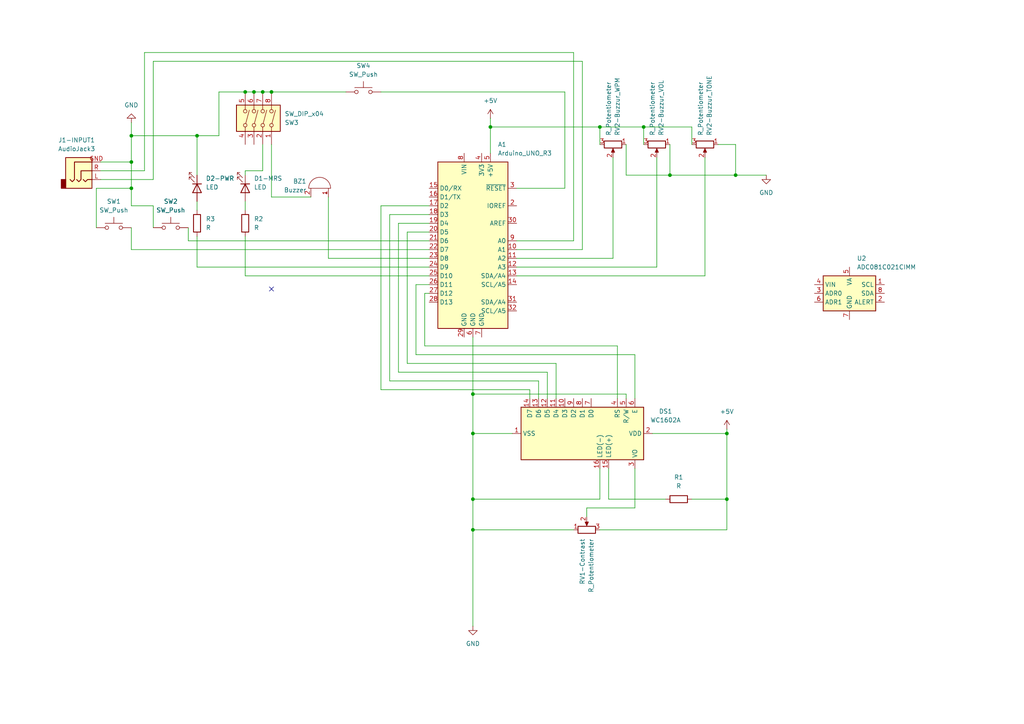
<source format=kicad_sch>
(kicad_sch (version 20250114) (generator "eeschema") (generator_version "9.0")
  (paper "A4")
  (lib_symbols
    (symbol "Analog_ADC:ADC081C021CIMM"
      (property "Reference" "U" (at 3.81 11.43 0))
      (property "Value" "ADC081C021CIMM" (at 10.16 8.89 0))
      (symbol "ADC081C021CIMM_0_1"
        (rectangle (start -7.62 5.08) (end 7.62 -5.08) (stroke (width 0.254)) (fill (type background)))
      )
      (symbol "ADC081C021CIMM_1_1"
        (pin input line (at -10.16 2.54 0) (length 2.54) (name "VIN") (number "4"))
        (pin input line (at -10.16 0 0) (length 2.54) (name "ADR0") (number "3"))
        (pin input line (at -10.16 -2.54 0) (length 2.54) (name "ADR1") (number "6"))
        (pin power_in line (at 0 7.62 270) (length 2.54) (name "VA") (number "5"))
        (pin power_in line (at 0 -7.62 90) (length 2.54) (name "GND") (number "7"))
        (pin input line (at 10.16 2.54 180) (length 2.54) (name "SCL") (number "1"))
        (pin bidirectional line (at 10.16 0 180) (length 2.54) (name "SDA") (number "8"))
        (pin open_collector line (at 10.16 -2.54 180) (length 2.54) (name "ALERT") (number "2"))
      )
    )
    (symbol "Connector_Audio:AudioJack3"
      (property "Reference" "J1-INPUT" (at -1.905 8.89 0))
      (property "Value" "AudioJack3" (at -1.905 6.35 0))
      (symbol "AudioJack3_0_1"
        (rectangle (start -5.08 -5.08) (end -6.35 -2.54) (stroke (width 0.254)) (fill (type outline)))
        (polyline (pts (xy -1.905 -2.54) (xy -1.27 -3.175) (xy -0.635 -2.54) (xy -0.635 0) (xy 2.54 0)) (stroke (width 0.254)))
        (polyline (pts (xy 0 -2.54) (xy 0.635 -3.175) (xy 1.27 -2.54) (xy 2.54 -2.54)) (stroke (width 0.254)))
        (rectangle (start 2.54 3.81) (end -5.08 -5.08) (stroke (width 0.254)) (fill (type background)))
        (polyline (pts (xy 2.54 2.54) (xy -2.54 2.54) (xy -2.54 -2.54) (xy -3.175 -3.175) (xy -3.81 -2.54)) (stroke (width 0.254)))
      )
      (symbol "AudioJack3_1_1"
        (pin passive line (at 5.08 2.54 180) (length 2.54) (name "~") (number "GND"))
        (pin passive line (at 5.08 0 180) (length 2.54) (name "~") (number "R"))
        (pin passive line (at 5.08 -2.54 180) (length 2.54) (name "~") (number "L"))
      )
    )
    (symbol "Device:Buzzer" (pin_names (offset 0.0254) (hide yes))
      (property "Reference" "BZ" (at 3.81 1.27 0))
      (property "Value" "Buzzer" (at 3.81 -1.27 0))
      (symbol "Buzzer_0_1"
        (polyline (pts (xy -1.651 1.905) (xy -1.143 1.905)))
        (polyline (pts (xy -1.397 2.159) (xy -1.397 1.651)))
        (arc (start 0 3.175) (mid 3.1612 0) (end 0 -3.175))
        (polyline (pts (xy 0 3.175) (xy 0 -3.175)))
      )
      (symbol "Buzzer_1_1"
        (pin passive line (at -2.54 2.54 0) (length 2.54) (name "+") (number "1"))
        (pin passive line (at -2.54 -2.54 0) (length 2.54) (name "-") (number "2"))
      )
    )
    (symbol "Device:LED" (pin_numbers (hide yes)) (pin_names (offset 1.016) (hide yes))
      (property "Reference" "D" (at 0 2.54 0))
      (property "Value" "LED" (at 0 -2.54 0))
      (symbol "LED_0_1"
        (polyline (pts (xy -3.048 -0.762) (xy -4.572 -2.286) (xy -3.81 -2.286) (xy -4.572 -2.286) (xy -4.572 -1.524)))
        (polyline (pts (xy -1.778 -0.762) (xy -3.302 -2.286) (xy -2.54 -2.286) (xy -3.302 -2.286) (xy -3.302 -1.524)))
        (polyline (pts (xy -1.27 0) (xy 1.27 0)))
        (polyline (pts (xy -1.27 -1.27) (xy -1.27 1.27)) (stroke (width 0.254)))
        (polyline (pts (xy 1.27 -1.27) (xy 1.27 1.27) (xy -1.27 0) (xy 1.27 -1.27)) (stroke (width 0.254)))
      )
      (symbol "LED_1_1"
        (pin passive line (at -3.81 0 0) (length 2.54) (name "K") (number "1"))
        (pin passive line (at 3.81 0 180) (length 2.54) (name "A") (number "2"))
      )
    )
    (symbol "Device:R" (pin_numbers (hide yes)) (pin_names (offset 0))
      (property "Reference" "R" (at 2.032 0 90))
      (property "Value" "R" (at 0 0 90))
      (symbol "R_0_1"
        (rectangle (start -1.016 -2.54) (end 1.016 2.54) (stroke (width 0.254)))
      )
      (symbol "R_1_1"
        (pin passive line (at 0 3.81 270) (length 1.27) (name "~") (number "1"))
        (pin passive line (at 0 -3.81 90) (length 1.27) (name "~") (number "2"))
      )
    )
    (symbol "Device:R_Potentiometer" (pin_names (offset 1.016) (hide yes))
      (property "Reference" "RV" (at -4.445 0 90))
      (property "Value" "R_Potentiometer" (at -2.54 0 90))
      (symbol "R_Potentiometer_0_1"
        (rectangle (start 1.016 2.54) (end -1.016 -2.54) (stroke (width 0.254)))
        (polyline (pts (xy 1.143 0) (xy 2.286 0.508) (xy 2.286 -0.508) (xy 1.143 0)) (fill (type outline)))
        (polyline (pts (xy 2.54 0) (xy 1.524 0)))
      )
      (symbol "R_Potentiometer_1_1"
        (pin passive line (at 0 3.81 270) (length 1.27) (name "1") (number "1"))
        (pin passive line (at 0 -3.81 90) (length 1.27) (name "3") (number "3"))
        (pin passive line (at 3.81 0 180) (length 1.27) (name "2") (number "2"))
      )
    )
    (symbol "Display_Character:WC1602A"
      (property "Reference" "DS" (at -5.842 19.05 0))
      (property "Value" "WC1602A" (at 5.334 19.05 0))
      (symbol "WC1602A_1_1"
        (rectangle (start -7.62 17.78) (end 7.62 -17.78) (stroke (width 0.254)) (fill (type background)))
        (pin input line (at -10.16 15.24 0) (length 2.54) (name "E") (number "6"))
        (pin input line (at -10.16 12.7 0) (length 2.54) (name "R/W") (number "5"))
        (pin input line (at -10.16 10.16 0) (length 2.54) (name "RS") (number "4"))
        (pin input line (at -10.16 2.54 0) (length 2.54) (name "D0") (number "7"))
        (pin input line (at -10.16 0 0) (length 2.54) (name "D1") (number "8"))
        (pin input line (at -10.16 -2.54 0) (length 2.54) (name "D2") (number "9"))
        (pin input line (at -10.16 -5.08 0) (length 2.54) (name "D3") (number "10"))
        (pin input line (at -10.16 -7.62 0) (length 2.54) (name "D4") (number "11"))
        (pin input line (at -10.16 -10.16 0) (length 2.54) (name "D5") (number "12"))
        (pin input line (at -10.16 -12.7 0) (length 2.54) (name "D6") (number "13"))
        (pin input line (at -10.16 -15.24 0) (length 2.54) (name "D7") (number "14"))
        (pin power_in line (at 0 20.32 270) (length 2.54) (name "VDD") (number "2"))
        (pin power_in line (at 0 -20.32 90) (length 2.54) (name "VSS") (number "1"))
        (pin input line (at 10.16 15.24 180) (length 2.54) (name "VO") (number "3"))
        (pin power_in line (at 10.16 7.62 180) (length 2.54) (name "LED(+)") (number "15"))
        (pin power_in line (at 10.16 5.08 180) (length 2.54) (name "LED(-)") (number "16"))
      )
    )
    (symbol "MCU_Module:Arduino_UNO_R3"
      (property "Reference" "A" (at -10.16 23.495 0))
      (property "Value" "Arduino_UNO_R3" (at 5.08 -26.67 0))
      (symbol "Arduino_UNO_R3_0_1"
        (rectangle (start -10.16 22.86) (end 10.16 -25.4) (stroke (width 0.254)) (fill (type background)))
      )
      (symbol "Arduino_UNO_R3_1_1"
        (pin bidirectional line (at -12.7 15.24 0) (length 2.54) (name "D0/RX") (number "15"))
        (pin bidirectional line (at -12.7 12.7 0) (length 2.54) (name "D1/TX") (number "16"))
        (pin bidirectional line (at -12.7 10.16 0) (length 2.54) (name "D2") (number "17"))
        (pin bidirectional line (at -12.7 7.62 0) (length 2.54) (name "D3") (number "18"))
        (pin bidirectional line (at -12.7 5.08 0) (length 2.54) (name "D4") (number "19"))
        (pin bidirectional line (at -12.7 2.54 0) (length 2.54) (name "D5") (number "20"))
        (pin bidirectional line (at -12.7 0 0) (length 2.54) (name "D6") (number "21"))
        (pin bidirectional line (at -12.7 -2.54 0) (length 2.54) (name "D7") (number "22"))
        (pin bidirectional line (at -12.7 -5.08 0) (length 2.54) (name "D8") (number "23"))
        (pin bidirectional line (at -12.7 -7.62 0) (length 2.54) (name "D9") (number "24"))
        (pin bidirectional line (at -12.7 -10.16 0) (length 2.54) (name "D10") (number "25"))
        (pin bidirectional line (at -12.7 -12.7 0) (length 2.54) (name "D11") (number "26"))
        (pin bidirectional line (at -12.7 -15.24 0) (length 2.54) (name "D12") (number "27"))
        (pin bidirectional line (at -12.7 -17.78 0) (length 2.54) (name "D13") (number "28"))
        (pin no_connect line (at -10.16 -20.32 0) (length 2.54) (hide yes) (name "NC") (number "1"))
        (pin power_in line (at -2.54 25.4 270) (length 2.54) (name "VIN") (number "8"))
        (pin power_in line (at -2.54 -27.94 90) (length 2.54) (name "GND") (number "29"))
        (pin power_in line (at 0 -27.94 90) (length 2.54) (name "GND") (number "6"))
        (pin power_out line (at 2.54 25.4 270) (length 2.54) (name "3V3") (number "4"))
        (pin power_in line (at 2.54 -27.94 90) (length 2.54) (name "GND") (number "7"))
        (pin power_out line (at 5.08 25.4 270) (length 2.54) (name "+5V") (number "5"))
        (pin input line (at 12.7 15.24 180) (length 2.54) (name "~{RESET}") (number "3"))
        (pin output line (at 12.7 10.16 180) (length 2.54) (name "IOREF") (number "2"))
        (pin input line (at 12.7 5.08 180) (length 2.54) (name "AREF") (number "30"))
        (pin bidirectional line (at 12.7 0 180) (length 2.54) (name "A0") (number "9"))
        (pin bidirectional line (at 12.7 -2.54 180) (length 2.54) (name "A1") (number "10"))
        (pin bidirectional line (at 12.7 -5.08 180) (length 2.54) (name "A2") (number "11"))
        (pin bidirectional line (at 12.7 -7.62 180) (length 2.54) (name "A3") (number "12"))
        (pin bidirectional line (at 12.7 -10.16 180) (length 2.54) (name "SDA/A4") (number "13"))
        (pin bidirectional line (at 12.7 -12.7 180) (length 2.54) (name "SCL/A5") (number "14"))
        (pin bidirectional line (at 12.7 -17.78 180) (length 2.54) (name "SDA/A4") (number "31"))
        (pin bidirectional line (at 12.7 -20.32 180) (length 2.54) (name "SCL/A5") (number "32"))
      )
    )
    (symbol "R_Potentiometer_1" (pin_names (offset 1.016) (hide yes))
      (property "Reference" "RV" (at -4.445 0 90))
      (property "Value" "R_Potentiometer" (at -2.54 0 90))
      (symbol "R_Potentiometer_1_0_1"
        (rectangle (start 1.016 2.54) (end -1.016 -2.54) (stroke (width 0.254)))
        (polyline (pts (xy 1.143 0) (xy 2.286 0.508) (xy 2.286 -0.508) (xy 1.143 0)) (fill (type outline)))
        (polyline (pts (xy 2.54 0) (xy 1.524 0)))
      )
      (symbol "R_Potentiometer_1_1_1"
        (pin passive line (at 0 3.81 270) (length 1.27) (name "1") (number "1"))
        (pin passive line (at 0 -3.81 90) (length 1.27) (name "3") (number "3"))
        (pin passive line (at 3.81 0 180) (length 1.27) (name "2") (number "2"))
      )
    )
    (symbol "Switch:SW_DIP_x04" (pin_names (offset 0) (hide yes))
      (property "Reference" "SW" (at 0 8.89 0))
      (property "Value" "SW_DIP_x04" (at 0 -6.35 0))
      (symbol "SW_DIP_x04_0_0"
        (circle (center -2.032 5.08) (radius 0.508))
        (circle (center -2.032 2.54) (radius 0.508))
        (circle (center -2.032 0) (radius 0.508))
        (circle (center -2.032 -2.54) (radius 0.508))
        (polyline (pts (xy -1.524 5.207) (xy 2.3622 6.2484)))
        (polyline (pts (xy -1.524 2.667) (xy 2.3622 3.7084)))
        (polyline (pts (xy -1.524 0.127) (xy 2.3622 1.1684)))
        (polyline (pts (xy -1.524 -2.3876) (xy 2.3622 -1.3462)))
        (circle (center 2.032 5.08) (radius 0.508))
        (circle (center 2.032 2.54) (radius 0.508))
        (circle (center 2.032 0) (radius 0.508))
        (circle (center 2.032 -2.54) (radius 0.508))
      )
      (symbol "SW_DIP_x04_0_1"
        (rectangle (start -3.81 7.62) (end 3.81 -5.08) (stroke (width 0.254)) (fill (type background)))
      )
      (symbol "SW_DIP_x04_1_1"
        (pin passive line (at -7.62 5.08 0) (length 5.08) (name "~") (number "1"))
        (pin passive line (at -7.62 2.54 0) (length 5.08) (name "~") (number "2"))
        (pin passive line (at -7.62 0 0) (length 5.08) (name "~") (number "3"))
        (pin passive line (at -7.62 -2.54 0) (length 5.08) (name "~") (number "4"))
        (pin passive line (at 7.62 5.08 180) (length 5.08) (name "~") (number "8"))
        (pin passive line (at 7.62 2.54 180) (length 5.08) (name "~") (number "7"))
        (pin passive line (at 7.62 0 180) (length 5.08) (name "~") (number "6"))
        (pin passive line (at 7.62 -2.54 180) (length 5.08) (name "~") (number "5"))
      )
    )
    (symbol "Switch:SW_Push" (pin_numbers (hide yes)) (pin_names (offset 1.016) (hide yes))
      (property "Reference" "SW" (at 1.27 2.54 0))
      (property "Value" "SW_Push" (at 0 -1.524 0))
      (symbol "SW_Push_0_1"
        (circle (center -2.032 0) (radius 0.508))
        (polyline (pts (xy 0 1.27) (xy 0 3.048)))
        (circle (center 2.032 0) (radius 0.508))
        (polyline (pts (xy 2.54 1.27) (xy -2.54 1.27)))
        (pin passive line (at -5.08 0 0) (length 2.54) (name "1") (number "1"))
        (pin passive line (at 5.08 0 180) (length 2.54) (name "2") (number "2"))
      )
    )
    (symbol "power:+5V" (power) (pin_numbers (hide yes)) (pin_names (offset 0) (hide yes))
      (property "Value" "+5V" (at 0 3.556 0))
      (symbol "+5V_0_1"
        (polyline (pts (xy -0.762 1.27) (xy 0 2.54)))
        (polyline (pts (xy 0 2.54) (xy 0.762 1.27)))
        (polyline (pts (xy 0 0) (xy 0 2.54)))
      )
      (symbol "+5V_1_1"
        (pin power_in line (at 0 0 90) (length 0) (name "~") (number "1"))
      )
    )
    (symbol "power:GND" (power) (pin_numbers (hide yes)) (pin_names (offset 0) (hide yes))
      (property "Value" "GND" (at 0 -3.81 0))
      (symbol "GND_0_1"
        (polyline (pts (xy 0 0) (xy 0 -1.27) (xy 1.27 -1.27) (xy 0 -2.54) (xy -1.27 -1.27) (xy 0 -1.27)))
      )
      (symbol "GND_1_1"
        (pin power_in line (at 0 0 270) (length 0) (name "~") (number "1"))
      )
    )
  )
  (junction (at 57.15 39.37))
  (junction (at 186.69 36.83))
  (junction (at 78.74 26.67))
  (junction (at 137.16 144.78))
  (junction (at 137.16 153.67))
  (junction (at 137.16 125.73))
  (junction (at 142.24 36.83))
  (junction (at 38.1 39.37))
  (junction (at 38.1 54.61))
  (junction (at 210.82 125.73))
  (junction (at 173.99 36.83))
  (junction (at 210.82 144.78))
  (junction (at 38.1 46.99))
  (junction (at 71.12 26.67))
  (junction (at 213.36 50.8))
  (junction (at 73.66 26.67))
  (junction (at 76.2 26.67))
  (junction (at 194.31 50.8))
  (junction (at 137.16 114.3))
  (no_connect (at 78.74 83.82))
  (wire (pts (xy 124.46 77.47) (xy 57.15 77.47)))
  (wire (pts (xy 181.61 114.3) (xy 137.16 114.3)))
  (wire (pts (xy 176.53 144.78) (xy 193.04 144.78)))
  (wire (pts (xy 173.99 153.67) (xy 210.82 153.67)))
  (wire (pts (xy 210.82 125.73) (xy 210.82 144.78)))
  (wire (pts (xy 124.46 59.69) (xy 110.49 59.69)))
  (wire (pts (xy 186.69 36.83) (xy 200.66 36.83)))
  (wire (pts (xy 166.37 15.24) (xy 166.37 69.85)))
  (wire (pts (xy 166.37 69.85) (xy 149.86 69.85)))
  (wire (pts (xy 120.65 102.87) (xy 120.65 82.55)))
  (wire (pts (xy 29.21 46.99) (xy 38.1 46.99)))
  (wire (pts (xy 113.03 62.23) (xy 124.46 62.23)))
  (wire (pts (xy 163.83 26.67) (xy 110.49 26.67)))
  (wire (pts (xy 137.16 125.73) (xy 148.59 125.73)))
  (wire (pts (xy 27.94 54.61) (xy 38.1 54.61)))
  (wire (pts (xy 110.49 113.03) (xy 153.67 113.03)))
  (wire (pts (xy 200.66 144.78) (xy 210.82 144.78)))
  (wire (pts (xy 200.66 41.91) (xy 200.66 36.83)))
  (wire (pts (xy 57.15 39.37) (xy 63.5 39.37)))
  (wire (pts (xy 57.15 58.42) (xy 57.15 60.96)))
  (wire (pts (xy 57.15 50.8) (xy 57.15 39.37)))
  (wire (pts (xy 38.1 59.69) (xy 38.1 54.61)))
  (wire (pts (xy 95.25 74.93) (xy 124.46 74.93)))
  (wire (pts (xy 115.57 107.95) (xy 158.75 107.95)))
  (wire (pts (xy 71.12 26.67) (xy 63.5 26.67)))
  (wire (pts (xy 173.99 41.91) (xy 173.99 36.83)))
  (wire (pts (xy 137.16 153.67) (xy 137.16 181.61)))
  (wire (pts (xy 166.37 153.67) (xy 137.16 153.67)))
  (wire (pts (xy 142.24 36.83) (xy 142.24 44.45)))
  (wire (pts (xy 44.45 59.69) (xy 38.1 59.69)))
  (wire (pts (xy 44.45 17.78) (xy 44.45 52.07)))
  (wire (pts (xy 190.5 45.72) (xy 190.5 77.47)))
  (wire (pts (xy 184.15 102.87) (xy 120.65 102.87)))
  (wire (pts (xy 208.28 41.91) (xy 213.36 41.91)))
  (wire (pts (xy 115.57 64.77) (xy 124.46 64.77)))
  (wire (pts (xy 113.03 110.49) (xy 113.03 62.23)))
  (wire (pts (xy 38.1 39.37) (xy 38.1 46.99)))
  (wire (pts (xy 71.12 49.53) (xy 71.12 50.8)))
  (wire (pts (xy 176.53 135.89) (xy 176.53 144.78)))
  (wire (pts (xy 210.82 125.73) (xy 189.23 125.73)))
  (wire (pts (xy 137.16 144.78) (xy 137.16 153.67)))
  (wire (pts (xy 44.45 66.04) (xy 44.45 59.69)))
  (wire (pts (xy 71.12 80.01) (xy 124.46 80.01)))
  (wire (pts (xy 149.86 77.47) (xy 190.5 77.47)))
  (wire (pts (xy 78.74 57.15) (xy 78.74 41.91)))
  (wire (pts (xy 137.16 114.3) (xy 137.16 125.73)))
  (wire (pts (xy 184.15 147.32) (xy 170.18 147.32)))
  (wire (pts (xy 137.16 144.78) (xy 173.99 144.78)))
  (wire (pts (xy 41.91 49.53) (xy 41.91 15.24)))
  (wire (pts (xy 110.49 59.69) (xy 110.49 113.03)))
  (wire (pts (xy 184.15 115.57) (xy 184.15 102.87)))
  (wire (pts (xy 76.2 26.67) (xy 73.66 26.67)))
  (wire (pts (xy 124.46 69.85) (xy 54.61 69.85)))
  (wire (pts (xy 115.57 107.95) (xy 115.57 64.77)))
  (wire (pts (xy 168.91 17.78) (xy 44.45 17.78)))
  (wire (pts (xy 149.86 80.01) (xy 204.47 80.01)))
  (wire (pts (xy 210.82 124.46) (xy 210.82 125.73)))
  (wire (pts (xy 38.1 72.39) (xy 38.1 66.04)))
  (wire (pts (xy 177.8 74.93) (xy 149.86 74.93)))
  (wire (pts (xy 54.61 69.85) (xy 54.61 66.04)))
  (wire (pts (xy 181.61 41.91) (xy 181.61 50.8)))
  (wire (pts (xy 186.69 41.91) (xy 186.69 36.83)))
  (wire (pts (xy 71.12 68.58) (xy 71.12 80.01)))
  (wire (pts (xy 179.07 115.57) (xy 179.07 100.33)))
  (wire (pts (xy 194.31 41.91) (xy 194.31 50.8)))
  (wire (pts (xy 78.74 26.67) (xy 100.33 26.67)))
  (wire (pts (xy 71.12 58.42) (xy 71.12 60.96)))
  (wire (pts (xy 194.31 50.8) (xy 213.36 50.8)))
  (wire (pts (xy 29.21 52.07) (xy 44.45 52.07)))
  (wire (pts (xy 173.99 135.89) (xy 173.99 144.78)))
  (wire (pts (xy 41.91 15.24) (xy 166.37 15.24)))
  (wire (pts (xy 177.8 45.72) (xy 177.8 74.93)))
  (wire (pts (xy 123.19 85.09) (xy 124.46 85.09)))
  (wire (pts (xy 170.18 147.32) (xy 170.18 149.86)))
  (wire (pts (xy 120.65 82.55) (xy 124.46 82.55)))
  (wire (pts (xy 123.19 100.33) (xy 123.19 85.09)))
  (wire (pts (xy 73.66 26.67) (xy 71.12 26.67)))
  (wire (pts (xy 90.17 57.15) (xy 78.74 57.15)))
  (wire (pts (xy 184.15 135.89) (xy 184.15 147.32)))
  (wire (pts (xy 161.29 115.57) (xy 161.29 105.41)))
  (wire (pts (xy 124.46 67.31) (xy 118.11 67.31)))
  (wire (pts (xy 78.74 26.67) (xy 76.2 26.67)))
  (wire (pts (xy 63.5 26.67) (xy 63.5 39.37)))
  (wire (pts (xy 181.61 50.8) (xy 194.31 50.8)))
  (wire (pts (xy 76.2 49.53) (xy 76.2 41.91)))
  (wire (pts (xy 38.1 39.37) (xy 38.1 35.56)))
  (wire (pts (xy 95.25 57.15) (xy 95.25 74.93)))
  (wire (pts (xy 137.16 97.79) (xy 137.16 114.3)))
  (wire (pts (xy 181.61 115.57) (xy 181.61 114.3)))
  (wire (pts (xy 142.24 34.29) (xy 142.24 36.83)))
  (wire (pts (xy 179.07 100.33) (xy 123.19 100.33)))
  (wire (pts (xy 156.21 115.57) (xy 156.21 110.49)))
  (wire (pts (xy 158.75 115.57) (xy 158.75 107.95)))
  (wire (pts (xy 163.83 54.61) (xy 163.83 26.67)))
  (wire (pts (xy 137.16 125.73) (xy 137.16 144.78)))
  (wire (pts (xy 38.1 39.37) (xy 57.15 39.37)))
  (wire (pts (xy 186.69 36.83) (xy 173.99 36.83)))
  (wire (pts (xy 118.11 105.41) (xy 161.29 105.41)))
  (wire (pts (xy 149.86 54.61) (xy 163.83 54.61)))
  (wire (pts (xy 173.99 36.83) (xy 142.24 36.83)))
  (wire (pts (xy 29.21 49.53) (xy 41.91 49.53)))
  (wire (pts (xy 204.47 45.72) (xy 204.47 80.01)))
  (wire (pts (xy 113.03 110.49) (xy 156.21 110.49)))
  (wire (pts (xy 168.91 17.78) (xy 168.91 72.39)))
  (wire (pts (xy 27.94 66.04) (xy 27.94 54.61)))
  (wire (pts (xy 213.36 41.91) (xy 213.36 50.8)))
  (wire (pts (xy 71.12 49.53) (xy 76.2 49.53)))
  (wire (pts (xy 153.67 115.57) (xy 153.67 113.03)))
  (wire (pts (xy 57.15 77.47) (xy 57.15 68.58)))
  (wire (pts (xy 124.46 72.39) (xy 38.1 72.39)))
  (wire (pts (xy 38.1 54.61) (xy 38.1 46.99)))
  (wire (pts (xy 213.36 50.8) (xy 222.25 50.8)))
  (wire (pts (xy 149.86 72.39) (xy 168.91 72.39)))
  (wire (pts (xy 210.82 144.78) (xy 210.82 153.67)))
  (wire (pts (xy 118.11 67.31) (xy 118.11 105.41)))
  (symbol (lib_id "Device:LED") (at 57.15 54.61 270) (unit 1)
    (property "Reference" "D2-PWR" (at 59.69 51.7524 90) (effects (justify left)))
    (property "Value" "LED" (at 59.69 54.2924 90) (effects (justify left)))
    (property "Description" "Light emitting diode" (effects (hide yes)))
    (property "Sim.Pins" "1=K 2=A" (effects (hide yes)))
  )
  (symbol (lib_id "Device:R") (at 57.15 64.77 0) (unit 1)
    (property "Reference" "R3" (at 59.69 63.4999 0) (effects (justify left)))
    (property "Value" "R" (at 59.69 66.0399 0) (effects (justify left)))
    (property "Description" "Resistor" (effects (hide yes)))
  )
  (symbol (lib_id "power:GND") (at 38.1 35.56 180) (unit 1)
    (property "Reference" "#PWR04" (effects (hide yes)))
    (property "Value" "GND" (at 38.1 30.48 0))
    (property "Description" "Power symbol creates a global label with name \"GND\" , ground" (effects (hide yes)))
  )
  (symbol (lib_id "Device:R_Potentiometer") (at 190.5 41.91 270) (unit 1)
    (property "Reference" "RV2-Buzzur_VOL" (at 191.7701 39.37 0) (effects (justify right)))
    (property "Value" "R_Potentiometer" (at 189.2301 39.37 0) (effects (justify right)))
    (property "Description" "Potentiometer" (effects (hide yes)))
  )
  (symbol (lib_id "MCU_Module:Arduino_UNO_R3") (at 137.16 69.85 0) (unit 1)
    (property "Reference" "A1" (at 144.3833 41.91 0) (effects (justify left)))
    (property "Value" "Arduino_UNO_R3" (at 144.3833 44.45 0) (effects (justify left)))
    (property "Footprint" "Module:Arduino_UNO_R3" (effects (hide yes)))
    (property "Datasheet" "https://www.arduino.cc/en/Main/arduinoBoardUno" (effects (hide yes)))
    (property "Description" "Arduino UNO Microcontroller Module, release 3" (effects (hide yes)))
  )
  (symbol (lib_id "Device:R_Potentiometer") (at 204.47 41.91 270) (unit 1)
    (property "Reference" "RV2-Buzzur_TONE" (at 205.7401 39.37 0) (effects (justify right)))
    (property "Value" "R_Potentiometer" (at 203.2001 39.37 0) (effects (justify right)))
    (property "Description" "Potentiometer" (effects (hide yes)))
  )
  (symbol (lib_id "Switch:SW_Push") (at 105.41 26.67 0) (unit 1)
    (property "Reference" "SW4" (at 105.41 19.05 0))
    (property "Value" "SW_Push" (at 105.41 21.59 0))
    (property "Description" "Push button switch, generic, two pins" (effects (hide yes)))
  )
  (symbol (lib_id "Switch:SW_Push") (at 33.02 66.04 0) (unit 1)
    (property "Reference" "SW1" (at 33.02 58.42 0))
    (property "Value" "SW_Push" (at 33.02 60.96 0))
    (property "Description" "Push button switch, generic, two pins" (effects (hide yes)))
  )
  (symbol (lib_id "Device:R_Potentiometer") (at 177.8 41.91 270) (unit 1)
    (property "Reference" "RV2-Buzzur_WPM" (at 179.0701 39.37 0) (effects (justify right)))
    (property "Value" "R_Potentiometer" (at 176.5301 39.37 0) (effects (justify right)))
    (property "Description" "Potentiometer" (effects (hide yes)))
  )
  (symbol (lib_id "Analog_ADC:ADC081C021CIMM") (at 246.38 85.09 0) (unit 1)
    (property "Reference" "U2" (at 248.5233 74.93 0) (effects (justify left)))
    (property "Value" "ADC081C021CIMM" (at 248.5233 77.47 0) (effects (justify left)))
    (property "Footprint" "Package_SO:MSOP-8_3x3mm_P0.65mm" (effects (hide yes)))
    (property "Datasheet" "http://www.ti.com/lit/ds/symlink/adc081c021.pdf" (effects (hide yes)))
    (property "Description" "I2C-Compatible, 8-Bit Analog-to-Digital Converter with Alert Function, MSOP-8" (effects (hide yes)))
  )
  (symbol (lib_id "Device:R") (at 196.85 144.78 90) (unit 1)
    (property "Reference" "R1" (at 196.85 138.43 90))
    (property "Value" "R" (at 196.85 140.97 90))
    (property "Description" "Resistor" (effects (hide yes)))
  )
  (symbol (lib_id "power:GND") (at 222.25 50.8 0) (unit 1)
    (property "Reference" "#PWR05" (effects (hide yes)))
    (property "Value" "GND" (at 222.25 55.88 0))
    (property "Description" "Power symbol creates a global label with name \"GND\" , ground" (effects (hide yes)))
  )
  (symbol (lib_id "Display_Character:WC1602A") (at 168.91 125.73 270) (unit 1)
    (property "Reference" "DS1" (at 193.04 119.3098 90))
    (property "Value" "WC1602A" (at 193.04 121.8498 90))
    (property "Footprint" "Display:WC1602A" (effects (hide yes)))
    (property "Datasheet" "http://www.wincomlcd.com/pdf/WC1602A-SFYLYHTC06.pdf" (effects (hide yes)))
    (property "Description" "LCD 16x2 Alphanumeric , 8 bit parallel bus, 5V VDD" (effects (hide yes)))
  )
  (symbol (lib_id "Device:LED") (at 71.12 54.61 270) (unit 1)
    (property "Reference" "D1-MRS" (at 73.66 51.7524 90) (effects (justify left)))
    (property "Value" "LED" (at 73.66 54.2924 90) (effects (justify left)))
    (property "Description" "Light emitting diode" (effects (hide yes)))
    (property "Sim.Pins" "1=K 2=A" (effects (hide yes)))
  )
  (symbol (lib_id "power:GND") (at 137.16 181.61 0) (unit 1)
    (property "Reference" "#PWR02" (effects (hide yes)))
    (property "Value" "GND" (at 137.16 186.69 0))
    (property "Description" "Power symbol creates a global label with name \"GND\" , ground" (effects (hide yes)))
  )
  (symbol (lib_id "Connector_Audio:AudioJack3") (at 24.13 49.53 0) (unit 1)
    (property "Reference" "J1-INPUT1" (at 22.225 40.64 0))
    (property "Value" "AudioJack3" (at 22.225 43.18 0))
    (property "Description" "Audio Jack, 3 Poles (Stereo / TRS)" (effects (hide yes)))
  )
  (symbol (lib_id "Switch:SW_Push") (at 49.53 66.04 0) (unit 1)
    (property "Reference" "SW2" (at 49.53 58.42 0))
    (property "Value" "SW_Push" (at 49.53 60.96 0))
    (property "Description" "Push button switch, generic, two pins" (effects (hide yes)))
  )
  (symbol (lib_id "Device:Buzzer") (at 92.71 54.61 270) (mirror x) (unit 1)
    (property "Reference" "BZ1" (at 88.9 52.5848 90) (effects (justify right)))
    (property "Value" "Buzzer" (at 88.9 55.1248 90) (effects (justify right)))
    (property "Description" "Buzzer, polarized" (effects (hide yes)))
  )
  (symbol (lib_id "power:+5V") (at 210.82 124.46 0) (unit 1)
    (property "Reference" "#PWR03" (effects (hide yes)))
    (property "Value" "+5V" (at 210.82 119.38 0))
    (property "Description" "Power symbol creates a global label with name \"+5V\"" (effects (hide yes)))
  )
  (symbol (lib_id "power:+5V") (at 142.24 34.29 0) (unit 1)
    (property "Reference" "#PWR01" (effects (hide yes)))
    (property "Value" "+5V" (at 142.24 29.21 0))
    (property "Description" "Power symbol creates a global label with name \"+5V\"" (effects (hide yes)))
  )
  (symbol (lib_id "Device:R") (at 71.12 64.77 0) (unit 1)
    (property "Reference" "R2" (at 73.66 63.4999 0) (effects (justify left)))
    (property "Value" "R" (at 73.66 66.0399 0) (effects (justify left)))
    (property "Description" "Resistor" (effects (hide yes)))
  )
  (symbol (lib_id "Switch:SW_DIP_x04") (at 73.66 34.29 270) (mirror x) (unit 1)
    (property "Reference" "SW3" (at 82.55 35.5601 90) (effects (justify left)))
    (property "Value" "SW_DIP_x04" (at 82.55 33.0201 90) (effects (justify left)))
    (property "Description" "4x DIP Switch, Single Pole Single Throw (SPST) switch, small symbol" (effects (hide yes)))
  )
  (symbol (lib_name "R_Potentiometer_1") (lib_id "Device:R_Potentiometer") (at 170.18 153.67 90) (unit 1)
    (property "Reference" "RV1-Contrast" (at 168.9099 156.21 0) (effects (justify right)))
    (property "Value" "R_Potentiometer" (at 171.4499 156.21 0) (effects (justify right)))
    (property "Description" "Potentiometer" (effects (hide yes)))
  )
)
</source>
